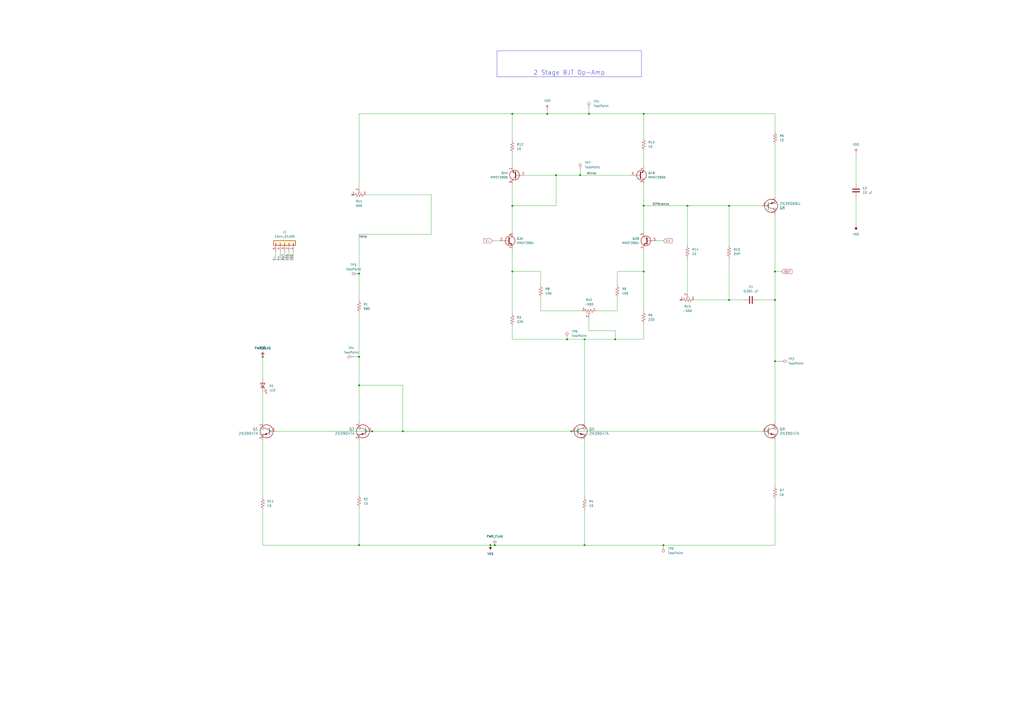
<source format=kicad_sch>
(kicad_sch (version 20250114) (generator "eeschema") (generator_version "9.0")
  (paper "A2")
  (lib_symbols
    (symbol "2025-09-01_17-32-00:2N3906BU" (pin_names (offset 0.254))
      (property "Reference" "Q" (at 10.16 2.54 0))
      (property "Value" "2N3906BU" (at 10.16 -2.54 0))
      (symbol "2N3906BU_0_1"
        (polyline (pts (xy 2.54 0) (xy 3.81 0)) (stroke (width 0.2032)))
        (polyline (pts (xy 3.81 0.9398) (xy 7.62 2.2098)) (stroke (width 0.2032)))
        (polyline (pts (xy 3.81 -0.9398) (xy 7.62 -2.2098)) (stroke (width 0.2032)))
        (polyline (pts (xy 3.81 -2.2098) (xy 3.81 2.2098)) (stroke (width 0.2032)))
        (circle (center 5.3848 0) (radius 3.81) (stroke (width 0.254)))
        (polyline (pts (xy 6.0198 -2.2098) (xy 6.35 -1.27) (xy 4.7498 -1.27)) (fill (type outline)))
        (polyline (pts (xy 7.62 2.2098) (xy 7.62 2.54)) (stroke (width 0.2032)))
        (polyline (pts (xy 7.62 -2.54) (xy 7.62 -2.2098)) (stroke (width 0.2032)))
        (pin unspecified line (at 0 0 0) (length 2.54) (name "B") (number "2"))
        (pin unspecified line (at 7.62 5.08 270) (length 2.54) (name "C") (number "3"))
        (pin unspecified line (at 7.62 -5.08 90) (length 2.54) (name "E") (number "1"))
      )
    )
    (symbol "2025-09-01_17-38-56:2N3904TA" (pin_names (offset 0.254))
      (property "Reference" "Q" (at 10.16 2.54 0))
      (property "Value" "2N3904TA" (at 10.16 -2.54 0))
      (symbol "2N3904TA_0_1"
        (polyline (pts (xy 2.54 0) (xy 3.81 0)) (stroke (width 0.2032)))
        (polyline (pts (xy 3.81 0.9398) (xy 7.62 2.2098)) (stroke (width 0.2032)))
        (polyline (pts (xy 3.81 -0.9398) (xy 7.62 -2.2098)) (stroke (width 0.2032)))
        (polyline (pts (xy 3.81 -2.2098) (xy 3.81 2.2098)) (stroke (width 0.2032)))
        (circle (center 5.3848 0) (radius 3.81) (stroke (width 0.254)))
        (polyline (pts (xy 5.3848 -0.9398) (xy 5.08 -1.905) (xy 6.6548 -1.905)) (fill (type outline)))
        (polyline (pts (xy 7.62 2.2098) (xy 7.62 2.54)) (stroke (width 0.2032)))
        (polyline (pts (xy 7.62 -2.54) (xy 7.62 -2.2098)) (stroke (width 0.2032)))
        (pin unspecified line (at 0 0 0) (length 2.54) (name "B") (number "2"))
        (pin unspecified line (at 7.62 5.08 270) (length 2.54) (name "C") (number "1"))
        (pin unspecified line (at 7.62 -5.08 90) (length 2.54) (name "E") (number "3"))
      )
    )
    (symbol "Connector:TestPoint" (pin_numbers (hide yes)) (pin_names (offset 0.762) (hide yes))
      (property "Reference" "TP" (at 0 6.858 0))
      (property "Value" "TestPoint" (at 0 5.08 0))
      (symbol "TestPoint_0_1"
        (circle (center 0 3.302) (radius 0.762))
      )
      (symbol "TestPoint_1_1"
        (pin passive line (at 0 0 90) (length 2.54) (name "1") (number "1"))
      )
    )
    (symbol "Connector_Generic:Conn_01x05" (pin_names (offset 1.016) (hide yes))
      (property "Reference" "J" (at 0 7.62 0))
      (property "Value" "Conn_01x05" (at 0 -7.62 0))
      (symbol "Conn_01x05_1_1"
        (rectangle (start -1.27 6.35) (end 1.27 -6.35) (stroke (width 0.254)) (fill (type background)))
        (rectangle (start -1.27 5.207) (end 0 4.953) (stroke (width 0.1524)))
        (rectangle (start -1.27 2.667) (end 0 2.413) (stroke (width 0.1524)))
        (rectangle (start -1.27 0.127) (end 0 -0.127) (stroke (width 0.1524)))
        (rectangle (start -1.27 -2.413) (end 0 -2.667) (stroke (width 0.1524)))
        (rectangle (start -1.27 -4.953) (end 0 -5.207) (stroke (width 0.1524)))
        (pin passive line (at -5.08 5.08 0) (length 3.81) (name "Pin_1") (number "1"))
        (pin passive line (at -5.08 2.54 0) (length 3.81) (name "Pin_2") (number "2"))
        (pin passive line (at -5.08 0 0) (length 3.81) (name "Pin_3") (number "3"))
        (pin passive line (at -5.08 -2.54 0) (length 3.81) (name "Pin_4") (number "4"))
        (pin passive line (at -5.08 -5.08 0) (length 3.81) (name "Pin_5") (number "5"))
      )
    )
    (symbol "Device:C" (pin_numbers (hide yes)) (pin_names (offset 0.254))
      (property "Reference" "C" (at 0.635 2.54 0))
      (property "Value" "C" (at 0.635 -2.54 0))
      (symbol "C_0_1"
        (polyline (pts (xy -2.032 0.762) (xy 2.032 0.762)) (stroke (width 0.508)))
        (polyline (pts (xy -2.032 -0.762) (xy 2.032 -0.762)) (stroke (width 0.508)))
      )
      (symbol "C_1_1"
        (pin passive line (at 0 3.81 270) (length 2.794) (name "~") (number "1"))
        (pin passive line (at 0 -3.81 90) (length 2.794) (name "~") (number "2"))
      )
    )
    (symbol "Device:LED" (pin_numbers (hide yes)) (pin_names (offset 1.016) (hide yes))
      (property "Reference" "D" (at 0 2.54 0))
      (property "Value" "LED" (at 0 -2.54 0))
      (symbol "LED_0_1"
        (polyline (pts (xy -3.048 -0.762) (xy -4.572 -2.286) (xy -3.81 -2.286) (xy -4.572 -2.286) (xy -4.572 -1.524)))
        (polyline (pts (xy -1.778 -0.762) (xy -3.302 -2.286) (xy -2.54 -2.286) (xy -3.302 -2.286) (xy -3.302 -1.524)))
        (polyline (pts (xy -1.27 0) (xy 1.27 0)))
        (polyline (pts (xy -1.27 -1.27) (xy -1.27 1.27)) (stroke (width 0.254)))
        (polyline (pts (xy 1.27 -1.27) (xy 1.27 1.27) (xy -1.27 0) (xy 1.27 -1.27)) (stroke (width 0.254)))
      )
      (symbol "LED_1_1"
        (pin passive line (at -3.81 0 0) (length 2.54) (name "K") (number "1"))
        (pin passive line (at 3.81 0 180) (length 2.54) (name "A") (number "2"))
      )
    )
    (symbol "Device:R_Potentiometer_Trim_US" (pin_names (offset 1.016) (hide yes))
      (property "Reference" "RV" (at -4.445 0 90))
      (property "Value" "R_Potentiometer_Trim_US" (at -2.54 0 90))
      (symbol "R_Potentiometer_Trim_US_0_1"
        (polyline (pts (xy 0 2.286) (xy 0 2.54)))
        (polyline (pts (xy 0 2.286) (xy 1.016 1.905) (xy 0 1.524) (xy -1.016 1.143) (xy 0 0.762)))
        (polyline (pts (xy 0 0.762) (xy 1.016 0.381) (xy 0 0) (xy -1.016 -0.381) (xy 0 -0.762)))
        (polyline (pts (xy 0 -0.762) (xy 1.016 -1.143) (xy 0 -1.524) (xy -1.016 -1.905) (xy 0 -2.286)))
        (polyline (pts (xy 0 -2.286) (xy 0 -2.54)))
        (polyline (pts (xy 1.524 0.762) (xy 1.524 -0.762)))
        (polyline (pts (xy 2.54 0) (xy 1.524 0)))
      )
      (symbol "R_Potentiometer_Trim_US_1_1"
        (pin passive line (at 0 3.81 270) (length 1.27) (name "1") (number "1"))
        (pin passive line (at 0 -3.81 90) (length 1.27) (name "3") (number "3"))
        (pin passive line (at 3.81 0 180) (length 1.27) (name "2") (number "2"))
      )
    )
    (symbol "Device:R_US" (pin_numbers (hide yes)) (pin_names (offset 0))
      (property "Reference" "R" (at 2.54 0 90))
      (property "Value" "R_US" (at -2.54 0 90))
      (symbol "R_US_0_1"
        (polyline (pts (xy 0 2.286) (xy 0 2.54)))
        (polyline (pts (xy 0 2.286) (xy 1.016 1.905) (xy 0 1.524) (xy -1.016 1.143) (xy 0 0.762)))
        (polyline (pts (xy 0 0.762) (xy 1.016 0.381) (xy 0 0) (xy -1.016 -0.381) (xy 0 -0.762)))
        (polyline (pts (xy 0 -0.762) (xy 1.016 -1.143) (xy 0 -1.524) (xy -1.016 -1.905) (xy 0 -2.286)))
        (polyline (pts (xy 0 -2.286) (xy 0 -2.54)))
      )
      (symbol "R_US_1_1"
        (pin passive line (at 0 3.81 270) (length 1.27) (name "~") (number "1"))
        (pin passive line (at 0 -3.81 90) (length 1.27) (name "~") (number "2"))
      )
    )
    (symbol "Transistor_BJT:MMDT3904" (pin_names (offset 0) (hide yes))
      (property "Reference" "Q" (at 5.08 1.27 0))
      (property "Value" "MMDT3904" (at 5.08 -1.27 0))
      (symbol "MMDT3904_0_1"
        (polyline (pts (xy 0.635 1.905) (xy 0.635 -1.905)) (stroke (width 0.508)))
        (polyline (pts (xy 0.635 0.635) (xy 2.54 2.54)))
        (polyline (pts (xy 0.635 0) (xy -2.54 0)))
        (polyline (pts (xy 0.635 -0.635) (xy 2.54 -2.54)))
        (circle (center 1.27 0) (radius 2.8194) (stroke (width 0.254)))
        (polyline (pts (xy 1.27 -1.778) (xy 1.778 -1.27) (xy 2.286 -2.286) (xy 1.27 -1.778)) (fill (type outline)))
      )
      (symbol "MMDT3904_1_1"
        (pin input line (at -5.08 0 0) (length 2.54) (name "B1") (number "2"))
        (pin passive line (at 2.54 5.08 270) (length 2.54) (name "C1") (number "6"))
        (pin passive line (at 2.54 -5.08 90) (length 2.54) (name "E1") (number "1"))
      )
      (symbol "MMDT3904_2_1"
        (pin input line (at -5.08 0 0) (length 2.54) (name "B2") (number "5"))
        (pin passive line (at 2.54 5.08 270) (length 2.54) (name "C2") (number "3"))
        (pin passive line (at 2.54 -5.08 90) (length 2.54) (name "E2") (number "4"))
      )
    )
    (symbol "Transistor_BJT:MMDT3906" (pin_names (offset 0) (hide yes))
      (property "Reference" "Q" (at 5.08 1.27 0))
      (property "Value" "MMDT3906" (at 5.08 -1.27 0))
      (symbol "MMDT3906_0_1"
        (polyline (pts (xy 0.635 1.905) (xy 0.635 -1.905)) (stroke (width 0.508)))
        (polyline (pts (xy 0.635 0.635) (xy 2.54 2.54)))
        (polyline (pts (xy 0.635 0) (xy -2.54 0)))
        (polyline (pts (xy 0.635 -0.635) (xy 2.54 -2.54)))
        (circle (center 1.27 0) (radius 2.8194) (stroke (width 0.254)))
        (polyline (pts (xy 2.286 -1.778) (xy 1.778 -2.286) (xy 1.27 -1.27) (xy 2.286 -1.778)) (fill (type outline)))
      )
      (symbol "MMDT3906_1_1"
        (pin input line (at -5.08 0 0) (length 2.54) (name "B1") (number "2"))
        (pin passive line (at 2.54 5.08 270) (length 2.54) (name "C1") (number "6"))
        (pin passive line (at 2.54 -5.08 90) (length 2.54) (name "E1") (number "1"))
      )
      (symbol "MMDT3906_2_1"
        (pin input line (at -5.08 0 0) (length 2.54) (name "B2") (number "5"))
        (pin passive line (at 2.54 5.08 270) (length 2.54) (name "C2") (number "3"))
        (pin passive line (at 2.54 -5.08 90) (length 2.54) (name "E2") (number "4"))
      )
    )
    (symbol "power:PWR_FLAG" (power) (pin_numbers (hide yes)) (pin_names (offset 0) (hide yes))
      (property "Value" "PWR_FLAG" (at 0 3.81 0))
      (symbol "PWR_FLAG_0_0"
        (pin power_out line (at 0 0 90) (length 0) (name "~") (number "1"))
      )
      (symbol "PWR_FLAG_0_1"
        (polyline (pts (xy 0 0) (xy 0 1.27) (xy -1.016 1.905) (xy 0 2.54) (xy 1.016 1.905) (xy 0 1.27)))
      )
    )
    (symbol "power:VDD" (power) (pin_numbers (hide yes)) (pin_names (offset 0) (hide yes))
      (property "Value" "VDD" (at 0 3.556 0))
      (symbol "VDD_0_1"
        (polyline (pts (xy -0.762 1.27) (xy 0 2.54)))
        (polyline (pts (xy 0 2.54) (xy 0.762 1.27)))
        (polyline (pts (xy 0 0) (xy 0 2.54)))
      )
      (symbol "VDD_1_1"
        (pin power_in line (at 0 0 90) (length 0) (name "~") (number "1"))
      )
    )
    (symbol "power:VSS" (power) (pin_numbers (hide yes)) (pin_names (offset 0) (hide yes))
      (property "Value" "VSS" (at 0 3.556 0))
      (symbol "VSS_0_1"
        (polyline (pts (xy 0 0) (xy 0 2.54)))
        (polyline (pts (xy 0.762 1.27) (xy -0.762 1.27) (xy 0 2.54) (xy 0.762 1.27)) (fill (type outline)))
      )
      (symbol "VSS_1_1"
        (pin power_in line (at 0 0 90) (length 0) (name "~") (number "1"))
      )
    )
  )
  (text_box "2 Stage BJT Op-Amp" (at 288.29 29.421 0) (size 83.82 15.029) (margins 0.9525 0.9525 0.9525 0.9525) (effects (font (size 2.54 2.54)) (justify bottom)))
  (junction (at 373.38 157.48))
  (junction (at 297.18 66.04))
  (junction (at 328.93 196.85))
  (junction (at 208.28 223.52))
  (junction (at 356.87 196.85))
  (junction (at 152.4 207.01))
  (junction (at 398.78 119.38))
  (junction (at 284.48 316.23))
  (junction (at 322.58 101.6))
  (junction (at 208.28 316.23))
  (junction (at 384.81 316.23))
  (junction (at 422.91 173.99))
  (junction (at 422.91 119.38))
  (junction (at 339.09 316.23))
  (junction (at 449.58 173.99))
  (junction (at 208.28 207.01))
  (junction (at 336.55 101.6))
  (junction (at 341.63 66.04))
  (junction (at 215.9 250.19))
  (junction (at 331.47 250.19))
  (junction (at 339.09 196.85))
  (junction (at 297.18 157.48))
  (junction (at 233.68 250.19))
  (junction (at 373.38 119.38))
  (junction (at 208.28 158.75))
  (junction (at 373.38 66.04))
  (junction (at 297.18 119.38))
  (junction (at 449.58 157.48))
  (junction (at 287.02 316.23))
  (junction (at 449.58 209.55))
  (junction (at 317.5 66.04))
  (no_connect (at 204.47 113.03))
  (no_connect (at 394.97 173.99))
  (wire (pts (xy 317.5 63.5) (xy 317.5 66.04)))
  (wire (pts (xy 313.69 180.34) (xy 337.82 180.34)))
  (wire (pts (xy 449.58 124.46) (xy 449.58 157.48)))
  (wire (pts (xy 449.58 209.55) (xy 452.12 209.55)))
  (wire (pts (xy 297.18 189.23) (xy 297.18 196.85)))
  (wire (pts (xy 233.68 250.19) (xy 331.47 250.19)))
  (wire (pts (xy 297.18 88.9) (xy 297.18 96.52)))
  (wire (pts (xy 381 139.7) (xy 384.81 139.7)))
  (wire (pts (xy 165.1 146.05) (xy 165.1 151.13)))
  (wire (pts (xy 373.38 87.63) (xy 373.38 96.52)))
  (wire (pts (xy 449.58 157.48) (xy 449.58 173.99)))
  (wire (pts (xy 160.02 250.19) (xy 215.9 250.19)))
  (wire (pts (xy 398.78 119.38) (xy 398.78 142.24)))
  (wire (pts (xy 208.28 158.75) (xy 208.28 173.99)))
  (wire (pts (xy 339.09 196.85) (xy 339.09 245.11)))
  (wire (pts (xy 328.93 196.85) (xy 339.09 196.85)))
  (wire (pts (xy 208.28 207.01) (xy 208.28 223.52)))
  (wire (pts (xy 297.18 196.85) (xy 328.93 196.85)))
  (wire (pts (xy 208.28 294.64) (xy 208.28 316.23)))
  (wire (pts (xy 439.42 173.99) (xy 449.58 173.99)))
  (wire (pts (xy 152.4 227.33) (xy 152.4 245.11)))
  (wire (pts (xy 152.4 316.23) (xy 208.28 316.23)))
  (wire (pts (xy 304.8 101.6) (xy 322.58 101.6)))
  (wire (pts (xy 398.78 119.38) (xy 422.91 119.38)))
  (wire (pts (xy 297.18 66.04) (xy 317.5 66.04)))
  (wire (pts (xy 167.64 146.05) (xy 167.64 151.13)))
  (wire (pts (xy 358.14 180.34) (xy 358.14 172.72)))
  (wire (pts (xy 170.18 146.05) (xy 170.18 151.13)))
  (wire (pts (xy 297.18 106.68) (xy 297.18 119.38)))
  (wire (pts (xy 373.38 66.04) (xy 449.58 66.04)))
  (wire (pts (xy 339.09 295.91) (xy 339.09 316.23)))
  (wire (pts (xy 208.28 66.04) (xy 297.18 66.04)))
  (wire (pts (xy 341.63 184.15) (xy 341.63 191.77)))
  (wire (pts (xy 297.18 119.38) (xy 322.58 119.38)))
  (wire (pts (xy 322.58 101.6) (xy 336.55 101.6)))
  (wire (pts (xy 152.4 295.91) (xy 152.4 316.23)))
  (wire (pts (xy 233.68 223.52) (xy 233.68 250.19)))
  (wire (pts (xy 339.09 255.27) (xy 339.09 288.29)))
  (wire (pts (xy 250.19 135.89) (xy 208.28 135.89)))
  (wire (pts (xy 373.38 134.62) (xy 373.38 119.38)))
  (wire (pts (xy 162.56 146.05) (xy 162.56 151.13)))
  (wire (pts (xy 398.78 149.86) (xy 398.78 170.18)))
  (wire (pts (xy 297.18 119.38) (xy 297.18 134.62)))
  (wire (pts (xy 152.4 207.01) (xy 152.4 219.71)))
  (wire (pts (xy 449.58 173.99) (xy 449.58 209.55)))
  (wire (pts (xy 356.87 191.77) (xy 356.87 196.85)))
  (wire (pts (xy 339.09 196.85) (xy 356.87 196.85)))
  (wire (pts (xy 322.58 119.38) (xy 322.58 101.6)))
  (wire (pts (xy 373.38 119.38) (xy 398.78 119.38)))
  (wire (pts (xy 422.91 119.38) (xy 441.96 119.38)))
  (wire (pts (xy 297.18 66.04) (xy 297.18 81.28)))
  (wire (pts (xy 317.5 66.04) (xy 341.63 66.04)))
  (wire (pts (xy 345.44 180.34) (xy 358.14 180.34)))
  (wire (pts (xy 285.75 139.7) (xy 289.56 139.7)))
  (wire (pts (xy 341.63 66.04) (xy 373.38 66.04)))
  (wire (pts (xy 208.28 316.23) (xy 284.48 316.23)))
  (wire (pts (xy 422.91 173.99) (xy 431.8 173.99)))
  (wire (pts (xy 341.63 191.77) (xy 356.87 191.77)))
  (wire (pts (xy 336.55 99.06) (xy 336.55 101.6)))
  (wire (pts (xy 441.96 250.19) (xy 331.47 250.19)))
  (wire (pts (xy 208.28 207.01) (xy 205.74 207.01)))
  (wire (pts (xy 297.18 157.48) (xy 297.18 181.61)))
  (wire (pts (xy 449.58 209.55) (xy 449.58 245.11)))
  (wire (pts (xy 250.19 113.03) (xy 250.19 135.89)))
  (wire (pts (xy 313.69 157.48) (xy 313.69 165.1)))
  (wire (pts (xy 402.59 173.99) (xy 422.91 173.99)))
  (wire (pts (xy 160.02 146.05) (xy 160.02 151.13)))
  (wire (pts (xy 233.68 250.19) (xy 215.9 250.19)))
  (wire (pts (xy 152.4 255.27) (xy 152.4 288.29)))
  (wire (pts (xy 339.09 316.23) (xy 384.81 316.23)))
  (wire (pts (xy 384.81 316.23) (xy 449.58 316.23)))
  (wire (pts (xy 297.18 157.48) (xy 313.69 157.48)))
  (wire (pts (xy 297.18 144.78) (xy 297.18 157.48)))
  (wire (pts (xy 449.58 316.23) (xy 449.58 289.56)))
  (wire (pts (xy 373.38 196.85) (xy 373.38 187.96)))
  (wire (pts (xy 208.28 223.52) (xy 208.28 245.11)))
  (wire (pts (xy 496.57 114.3) (xy 496.57 130.81)))
  (wire (pts (xy 356.87 196.85) (xy 373.38 196.85)))
  (wire (pts (xy 208.28 135.89) (xy 208.28 158.75)))
  (wire (pts (xy 449.58 255.27) (xy 449.58 281.94)))
  (wire (pts (xy 422.91 149.86) (xy 422.91 173.99)))
  (wire (pts (xy 422.91 119.38) (xy 422.91 142.24)))
  (wire (pts (xy 373.38 157.48) (xy 373.38 144.78)))
  (wire (pts (xy 358.14 165.1) (xy 358.14 157.48)))
  (wire (pts (xy 496.57 88.9) (xy 496.57 106.68)))
  (wire (pts (xy 358.14 157.48) (xy 373.38 157.48)))
  (wire (pts (xy 208.28 223.52) (xy 233.68 223.52)))
  (wire (pts (xy 449.58 83.82) (xy 449.58 114.3)))
  (wire (pts (xy 284.48 316.23) (xy 287.02 316.23)))
  (wire (pts (xy 313.69 172.72) (xy 313.69 180.34)))
  (wire (pts (xy 373.38 119.38) (xy 373.38 106.68)))
  (wire (pts (xy 373.38 180.34) (xy 373.38 157.48)))
  (wire (pts (xy 341.63 63.5) (xy 341.63 66.04)))
  (wire (pts (xy 336.55 101.6) (xy 365.76 101.6)))
  (wire (pts (xy 208.28 255.27) (xy 208.28 287.02)))
  (wire (pts (xy 287.02 316.23) (xy 339.09 316.23)))
  (wire (pts (xy 208.28 109.22) (xy 208.28 66.04)))
  (wire (pts (xy 212.09 113.03) (xy 250.19 113.03)))
  (wire (pts (xy 449.58 157.48) (xy 453.39 157.48)))
  (wire (pts (xy 449.58 66.04) (xy 449.58 76.2)))
  (wire (pts (xy 373.38 66.04) (xy 373.38 80.01)))
  (wire (pts (xy 208.28 181.61) (xy 208.28 207.01)))
  (label "Mirror" (at 340.36 101.6 0))
  (label "VDD" (at 170.18 151.13 90))
  (label "OUT" (at 165.1 151.13 90))
  (label "VSS" (at 167.64 151.13 90))
  (label "Difference" (at 378.46 119.38 0))
  (label "TRIM" (at 208.28 138.43 0))
  (label "V+" (at 162.56 151.13 90))
  (label "V-" (at 160.02 151.13 90))
  (global_label "V-" (shape input) (at 285.75 139.7 180) (property "Intersheetrefs" "${INTERSHEET_REFS}" (effects (hide yes))))
  (global_label "V+" (shape input) (at 384.81 139.7 0) (property "Intersheetrefs" "${INTERSHEET_REFS}" (effects (hide yes))))
  (global_label "OUT" (shape input) (at 453.39 157.48 0) (property "Intersheetrefs" "${INTERSHEET_REFS}" (effects (hide yes))))
  (symbol (lib_id "Connector:TestPoint") (at 341.63 63.5 0) (unit 1)
    (property "Reference" "TP1" (at 344.17 58.9279 0) (effects (justify left)))
    (property "Value" "TestPoint" (at 344.17 61.4679 0) (effects (justify left)))
    (property "Footprint" "TestPoint:TestPoint_Pad_D2.0mm" (effects (hide yes)))
    (property "Description" "test point" (effects (hide yes)))
  )
  (symbol (lib_id "2025-09-01_17-32-00:2N3906BU") (at 441.96 119.38 0) (mirror x) (unit 1)
    (property "Reference" "Q8" (at 452.12 120.6501 0) (effects (font (size 1.524 1.524)) (justify left)))
    (property "Value" "2N3906BU" (at 452.12 118.1101 0) (effects (font (size 1.524 1.524)) (justify left)))
    (property "Footprint" "Footprints AAMU Capstone:2N3906BU_ONS" (effects (hide yes)))
    (property "Datasheet" "2N3906BU" (effects (hide yes)))
  )
  (symbol (lib_id "Device:R_US") (at 297.18 185.42 0) (unit 1)
    (property "Reference" "R3" (at 299.72 184.1499 0) (effects (justify left)))
    (property "Value" "220" (at 299.72 186.6899 0) (effects (justify left)))
    (property "Footprint" "Resistor_SMD:R_0603_1608Metric_Pad0.98x0.95mm_HandSolder" (effects (hide yes)))
    (property "Description" "Resistor, US symbol" (effects (hide yes)))
  )
  (symbol (lib_id "power:VSS") (at 496.57 130.81 180) (unit 1)
    (property "Reference" "#PWR04" (effects (hide yes)))
    (property "Value" "VSS" (at 496.57 135.89 0))
    (property "Description" "Power symbol creates a global label with name \"VSS\"" (effects (hide yes)))
  )
  (symbol (lib_id "power:VDD") (at 317.5 63.5 0) (unit 1)
    (property "Reference" "#PWR02" (effects (hide yes)))
    (property "Value" "VDD" (at 317.5 58.42 0))
    (property "Description" "Power symbol creates a global label with name \"VDD\"" (effects (hide yes)))
  )
  (symbol (lib_id "Connector:TestPoint") (at 205.74 207.01 90) (unit 1)
    (property "Reference" "TP4" (at 203.708 201.93 90))
    (property "Value" "TestPoint" (at 203.708 204.47 90))
    (property "Footprint" "TestPoint:TestPoint_Pad_D2.0mm" (effects (hide yes)))
    (property "Description" "test point" (effects (hide yes)))
  )
  (symbol (lib_id "Transistor_BJT:MMDT3906") (at 299.72 101.6 180) (unit 1)
    (property "Reference" "Q4" (at 294.64 100.3299 0) (effects (justify left)))
    (property "Value" "MMDT3906" (at 294.64 102.8699 0) (effects (justify left)))
    (property "Footprint" "Package_TO_SOT_SMD:SOT-363_SC-70-6" (effects (hide yes)))
    (property "Datasheet" "http://www.diodes.com/_files/datasheets/ds30124.pdf" (effects (hide yes)))
    (property "Description" "200mA IC, 40V Vce, Dual PNP/PNP Transistors, SOT-363" (effects (hide yes)))
  )
  (symbol (lib_id "Device:R_US") (at 208.28 177.8 0) (unit 1)
    (property "Reference" "R1" (at 210.82 176.5299 0) (effects (justify left)))
    (property "Value" "680" (at 210.82 179.0699 0) (effects (justify left)))
    (property "Footprint" "Resistor_SMD:R_0603_1608Metric_Pad0.98x0.95mm_HandSolder" (effects (hide yes)))
    (property "Description" "Resistor, US symbol" (effects (hide yes)))
  )
  (symbol (lib_id "power:VSS") (at 284.48 316.23 180) (unit 1)
    (property "Reference" "#PWR05" (effects (hide yes)))
    (property "Value" "VSS" (at 284.48 321.31 0))
    (property "Description" "Power symbol creates a global label with name \"VSS\"" (effects (hide yes)))
  )
  (symbol (lib_id "2025-09-01_17-38-56:2N3904TA") (at 331.47 250.19 0) (unit 1)
    (property "Reference" "Q5" (at 341.63 248.9199 0) (effects (font (size 1.524 1.524)) (justify left)))
    (property "Value" "2N3904TA" (at 341.63 251.4599 0) (effects (font (size 1.524 1.524)) (justify left)))
    (property "Footprint" "Footprints AAMU Capstone:TNPN_TO-92_ONS" (effects (hide yes)))
    (property "Datasheet" "2N3904TA" (effects (hide yes)))
  )
  (symbol (lib_id "Device:R_US") (at 208.28 290.83 0) (unit 1)
    (property "Reference" "R2" (at 210.82 289.5599 0) (effects (justify left)))
    (property "Value" "10" (at 210.82 292.0999 0) (effects (justify left)))
    (property "Footprint" "Resistor_SMD:R_0603_1608Metric_Pad0.98x0.95mm_HandSolder" (effects (hide yes)))
    (property "Description" "Resistor, US symbol" (effects (hide yes)))
  )
  (symbol (lib_id "Device:R_US") (at 152.4 292.1 0) (unit 1)
    (property "Reference" "R11" (at 154.94 290.8299 0) (effects (justify left)))
    (property "Value" "10" (at 154.94 293.3699 0) (effects (justify left)))
    (property "Footprint" "Resistor_SMD:R_0603_1608Metric_Pad0.98x0.95mm_HandSolder" (effects (hide yes)))
    (property "Description" "Resistor, US symbol" (effects (hide yes)))
  )
  (symbol (lib_id "Device:R_US") (at 358.14 168.91 0) (unit 1)
    (property "Reference" "R9" (at 360.68 167.6399 0) (effects (justify left)))
    (property "Value" "100" (at 360.68 170.1799 0) (effects (justify left)))
    (property "Footprint" "Resistor_SMD:R_0603_1608Metric_Pad0.98x0.95mm_HandSolder" (effects (hide yes)))
    (property "Description" "Resistor, US symbol" (effects (hide yes)))
  )
  (symbol (lib_id "Device:R_US") (at 373.38 184.15 0) (unit 1)
    (property "Reference" "R5" (at 375.92 182.8799 0) (effects (justify left)))
    (property "Value" "220" (at 375.92 185.4199 0) (effects (justify left)))
    (property "Footprint" "Resistor_SMD:R_0603_1608Metric_Pad0.98x0.95mm_HandSolder" (effects (hide yes)))
    (property "Description" "Resistor, US symbol" (effects (hide yes)))
  )
  (symbol (lib_id "2025-09-01_17-38-56:2N3904TA") (at 160.02 250.19 0) (mirror y) (unit 1)
    (property "Reference" "Q1" (at 149.86 248.9199 0) (effects (font (size 1.524 1.524)) (justify left)))
    (property "Value" "2N3904TA" (at 149.86 251.4599 0) (effects (font (size 1.524 1.524)) (justify left)))
    (property "Footprint" "Footprints AAMU Capstone:TNPN_TO-92_ONS" (effects (hide yes)))
    (property "Datasheet" "2N3904TA" (effects (hide yes)))
  )
  (symbol (lib_id "Device:LED") (at 152.4 223.52 90) (unit 1)
    (property "Reference" "D1" (at 156.21 223.8374 90) (effects (justify right)))
    (property "Value" "LED" (at 156.21 226.3774 90) (effects (justify right)))
    (property "Description" "Light emitting diode" (effects (hide yes)))
    (property "Sim.Pins" "1=K 2=A" (effects (hide yes)))
  )
  (symbol (lib_id "Device:C") (at 496.57 110.49 0) (unit 1)
    (property "Reference" "C2" (at 500.38 109.2199 0) (effects (justify left)))
    (property "Value" "10 uF" (at 500.38 111.7599 0) (effects (justify left)))
    (property "Footprint" "Capacitor_SMD:C_0603_1608Metric_Pad1.08x0.95mm_HandSolder" (effects (hide yes)))
    (property "Description" "Unpolarized capacitor" (effects (hide yes)))
  )
  (symbol (lib_id "Transistor_BJT:MMDT3904") (at 294.64 139.7 0) (unit 1)
    (property "Reference" "Q3" (at 299.72 138.4299 0) (effects (justify left)))
    (property "Value" "MMDT3904" (at 299.72 140.9699 0) (effects (justify left)))
    (property "Footprint" "Package_TO_SOT_SMD:SOT-363_SC-70-6" (effects (hide yes)))
    (property "Datasheet" "http://www.diodes.com/_files/datasheets/ds30088.pdf" (effects (hide yes)))
    (property "Description" "200mA IC, 40V Vce, Dual NPN/NPN Transistors, SOT-363" (effects (hide yes)))
  )
  (symbol (lib_id "Device:R_US") (at 373.38 83.82 0) (unit 1)
    (property "Reference" "R13" (at 375.92 82.5499 0) (effects (justify left)))
    (property "Value" "10" (at 375.92 85.0899 0) (effects (justify left)))
    (property "Footprint" "Resistor_SMD:R_0603_1608Metric_Pad0.98x0.95mm_HandSolder" (effects (hide yes)))
    (property "Description" "Resistor, US symbol" (effects (hide yes)))
  )
  (symbol (lib_id "Device:R_US") (at 449.58 80.01 0) (unit 1)
    (property "Reference" "R6" (at 452.12 78.7399 0) (effects (justify left)))
    (property "Value" "10" (at 452.12 81.2799 0) (effects (justify left)))
    (property "Footprint" "Resistor_SMD:R_0603_1608Metric_Pad0.98x0.95mm_HandSolder" (effects (hide yes)))
    (property "Description" "Resistor, US symbol" (effects (hide yes)))
  )
  (symbol (lib_id "Device:R_Potentiometer_Trim_US") (at 208.28 113.03 90) (unit 1)
    (property "Reference" "RV1" (at 208.28 116.84 90))
    (property "Value" "500" (at 208.28 119.38 90))
    (property "Description" "Trim-potentiometer, US symbol" (effects (hide yes)))
  )
  (symbol (lib_id "Device:C") (at 435.61 173.99 90) (unit 1)
    (property "Reference" "C1" (at 435.61 166.37 90))
    (property "Value" "0.001 uF" (at 435.61 168.91 90))
    (property "Footprint" "Capacitor_SMD:C_0603_1608Metric_Pad1.08x0.95mm_HandSolder" (effects (hide yes)))
    (property "Description" "Unpolarized capacitor" (effects (hide yes)))
  )
  (symbol (lib_id "Transistor_BJT:MMDT3906") (at 370.84 101.6 0) (mirror x) (unit 2)
    (property "Reference" "Q4" (at 375.92 100.3299 0) (effects (justify left)))
    (property "Value" "MMDT3906" (at 375.92 102.8699 0) (effects (justify left)))
    (property "Footprint" "Package_TO_SOT_SMD:SOT-363_SC-70-6" (effects (hide yes)))
    (property "Datasheet" "http://www.diodes.com/_files/datasheets/ds30124.pdf" (effects (hide yes)))
    (property "Description" "200mA IC, 40V Vce, Dual PNP/PNP Transistors, SOT-363" (effects (hide yes)))
  )
  (symbol (lib_id "Device:R_Potentiometer_Trim_US") (at 341.63 180.34 270) (unit 1)
    (property "Reference" "RV2" (at 341.63 173.99 90))
    (property "Value" "-500" (at 341.63 176.53 90))
    (property "Description" "Trim-potentiometer, US symbol" (effects (hide yes)))
  )
  (symbol (lib_id "2025-09-01_17-38-56:2N3904TA") (at 215.9 250.19 0) (mirror y) (unit 1)
    (property "Reference" "Q2" (at 205.74 248.9199 0) (effects (font (size 1.524 1.524)) (justify left)))
    (property "Value" "2N3904TA" (at 205.74 251.4599 0) (effects (font (size 1.524 1.524)) (justify left)))
    (property "Footprint" "Footprints AAMU Capstone:TNPN_TO-92_ONS" (effects (hide yes)))
    (property "Datasheet" "2N3904TA" (effects (hide yes)))
  )
  (symbol (lib_id "Connector:TestPoint") (at 328.93 196.85 0) (unit 1)
    (property "Reference" "TP6" (at 331.47 192.2779 0) (effects (justify left)))
    (property "Value" "TestPoint" (at 331.47 194.8179 0) (effects (justify left)))
    (property "Footprint" "TestPoint:TestPoint_Pad_D2.0mm" (effects (hide yes)))
    (property "Description" "test point" (effects (hide yes)))
  )
  (symbol (lib_id "power:VDD") (at 152.4 207.01 0) (unit 1)
    (property "Reference" "#PWR01" (effects (hide yes)))
    (property "Value" "VDD" (at 152.4 201.93 0))
    (property "Description" "Power symbol creates a global label with name \"VDD\"" (effects (hide yes)))
  )
  (symbol (lib_id "Transistor_BJT:MMDT3904") (at 375.92 139.7 0) (mirror y) (unit 2)
    (property "Reference" "Q3" (at 370.84 138.4299 0) (effects (justify left)))
    (property "Value" "MMDT3904" (at 370.84 140.9699 0) (effects (justify left)))
    (property "Footprint" "Package_TO_SOT_SMD:SOT-363_SC-70-6" (effects (hide yes)))
    (property "Datasheet" "http://www.diodes.com/_files/datasheets/ds30088.pdf" (effects (hide yes)))
    (property "Description" "200mA IC, 40V Vce, Dual NPN/NPN Transistors, SOT-363" (effects (hide yes)))
  )
  (symbol (lib_id "Connector_Generic:Conn_01x05") (at 165.1 140.97 270) (mirror x) (unit 1)
    (property "Reference" "J1" (at 165.1 134.62 90))
    (property "Value" "Conn_01x05" (at 165.1 137.16 90))
    (property "Footprint" "Connector_PinHeader_2.54mm:PinHeader_1x05_P2.54mm_Vertical" (effects (hide yes)))
    (property "Description" "Generic connector, single row, 01x05, script generated (kicad-library-utils/schlib/autogen/connector/)" (effects (hide yes)))
  )
  (symbol (lib_id "power:VDD") (at 496.57 88.9 0) (unit 1)
    (property "Reference" "#PWR03" (effects (hide yes)))
    (property "Value" "VDD" (at 496.57 83.82 0))
    (property "Description" "Power symbol creates a global label with name \"VDD\"" (effects (hide yes)))
  )
  (symbol (lib_id "Device:R_Potentiometer_Trim_US") (at 398.78 173.99 90) (unit 1)
    (property "Reference" "RV3" (at 398.78 177.8 90))
    (property "Value" "-500" (at 398.78 180.34 90))
    (property "Description" "Trim-potentiometer, US symbol" (effects (hide yes)))
  )
  (symbol (lib_id "2025-09-01_17-38-56:2N3904TA") (at 441.96 250.19 0) (unit 1)
    (property "Reference" "Q9" (at 452.12 248.9199 0) (effects (font (size 1.524 1.524)) (justify left)))
    (property "Value" "2N3904TA" (at 452.12 251.4599 0) (effects (font (size 1.524 1.524)) (justify left)))
    (property "Footprint" "Footprints AAMU Capstone:TNPN_TO-92_ONS" (effects (hide yes)))
    (property "Datasheet" "2N3904TA" (effects (hide yes)))
  )
  (symbol (lib_id "Connector:TestPoint") (at 384.81 316.23 180) (unit 1)
    (property "Reference" "TP5" (at 387.35 318.2619 0) (effects (justify right)))
    (property "Value" "TestPoint" (at 387.35 320.8019 0) (effects (justify right)))
    (property "Footprint" "TestPoint:TestPoint_Pad_D2.0mm" (effects (hide yes)))
    (property "Description" "test point" (effects (hide yes)))
  )
  (symbol (lib_id "Device:R_US") (at 449.58 285.75 0) (unit 1)
    (property "Reference" "R7" (at 452.12 284.4799 0) (effects (justify left)))
    (property "Value" "10" (at 452.12 287.0199 0) (effects (justify left)))
    (property "Footprint" "Resistor_SMD:R_0603_1608Metric_Pad0.98x0.95mm_HandSolder" (effects (hide yes)))
    (property "Description" "Resistor, US symbol" (effects (hide yes)))
  )
  (symbol (lib_id "Device:R_US") (at 339.09 292.1 0) (unit 1)
    (property "Reference" "R4" (at 341.63 290.8299 0) (effects (justify left)))
    (property "Value" "10" (at 341.63 293.3699 0) (effects (justify left)))
    (property "Footprint" "Resistor_SMD:R_0603_1608Metric_Pad0.98x0.95mm_HandSolder" (effects (hide yes)))
    (property "Description" "Resistor, US symbol" (effects (hide yes)))
  )
  (symbol (lib_id "Connector:TestPoint") (at 208.28 158.75 90) (unit 1)
    (property "Reference" "TP3" (at 204.978 153.67 90))
    (property "Value" "TestPoint" (at 204.978 156.21 90))
    (property "Footprint" "TestPoint:TestPoint_Pad_D2.0mm" (effects (hide yes)))
    (property "Description" "test point" (effects (hide yes)))
  )
  (symbol (lib_id "Device:R_US") (at 422.91 146.05 0) (unit 1)
    (property "Reference" "R10" (at 425.45 144.7799 0) (effects (justify left)))
    (property "Value" "DNP" (at 425.45 147.3199 0) (effects (justify left)))
    (property "Footprint" "Resistor_SMD:R_0603_1608Metric_Pad0.98x0.95mm_HandSolder" (effects (hide yes)))
    (property "Description" "Resistor, US symbol" (effects (hide yes)))
  )
  (symbol (lib_id "Device:R_US") (at 313.69 168.91 0) (unit 1)
    (property "Reference" "R8" (at 316.23 167.6399 0) (effects (justify left)))
    (property "Value" "100" (at 316.23 170.1799 0) (effects (justify left)))
    (property "Footprint" "Resistor_SMD:R_0603_1608Metric_Pad0.98x0.95mm_HandSolder" (effects (hide yes)))
    (property "Description" "Resistor, US symbol" (effects (hide yes)))
  )
  (symbol (lib_id "Device:R_US") (at 297.18 85.09 0) (unit 1)
    (property "Reference" "R12" (at 299.72 83.8199 0) (effects (justify left)))
    (property "Value" "10" (at 299.72 86.3599 0) (effects (justify left)))
    (property "Footprint" "Resistor_SMD:R_0603_1608Metric_Pad0.98x0.95mm_HandSolder" (effects (hide yes)))
    (property "Description" "Resistor, US symbol" (effects (hide yes)))
  )
  (symbol (lib_id "power:PWR_FLAG") (at 287.02 316.23 0) (unit 1)
    (property "Reference" "#FLG02" (effects (hide yes)))
    (property "Value" "PWR_FLAG" (at 287.02 311.15 0))
    (property "Description" "Special symbol for telling ERC where power comes from" (effects (hide yes)))
  )
  (symbol (lib_id "Connector:TestPoint") (at 452.12 209.55 270) (unit 1)
    (property "Reference" "TP2" (at 457.2 208.2799 90) (effects (justify left)))
    (property "Value" "TestPoint" (at 457.2 210.8199 90) (effects (justify left)))
    (property "Footprint" "TestPoint:TestPoint_Pad_D2.0mm" (effects (hide yes)))
    (property "Description" "test point" (effects (hide yes)))
  )
  (symbol (lib_id "power:PWR_FLAG") (at 152.4 207.01 0) (unit 1)
    (property "Reference" "#FLG01" (effects (hide yes)))
    (property "Value" "PWR_FLAG" (at 152.4 201.93 0))
    (property "Description" "Special symbol for telling ERC where power comes from" (effects (hide yes)))
  )
  (symbol (lib_id "Device:R_US") (at 398.78 146.05 0) (unit 1)
    (property "Reference" "R14" (at 401.32 144.7799 0) (effects (justify left)))
    (property "Value" "10" (at 401.32 147.3199 0) (effects (justify left)))
    (property "Footprint" "Resistor_SMD:R_0603_1608Metric_Pad0.98x0.95mm_HandSolder" (effects (hide yes)))
    (property "Description" "Resistor, US symbol" (effects (hide yes)))
  )
  (symbol (lib_id "Connector:TestPoint") (at 336.55 99.06 0) (unit 1)
    (property "Reference" "TP7" (at 339.09 94.4879 0) (effects (justify left)))
    (property "Value" "TestPoint" (at 339.09 97.0279 0) (effects (justify left)))
    (property "Footprint" "TestPoint:TestPoint_Pad_D2.0mm" (effects (hide yes)))
    (property "Description" "test point" (effects (hide yes)))
  )
)
</source>
